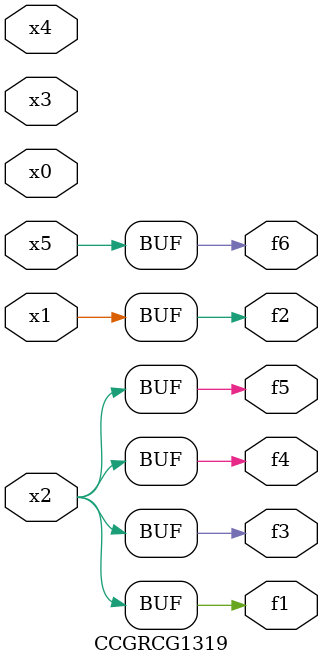
<source format=v>
module CCGRCG1319(
	input x0, x1, x2, x3, x4, x5,
	output f1, f2, f3, f4, f5, f6
);
	assign f1 = x2;
	assign f2 = x1;
	assign f3 = x2;
	assign f4 = x2;
	assign f5 = x2;
	assign f6 = x5;
endmodule

</source>
